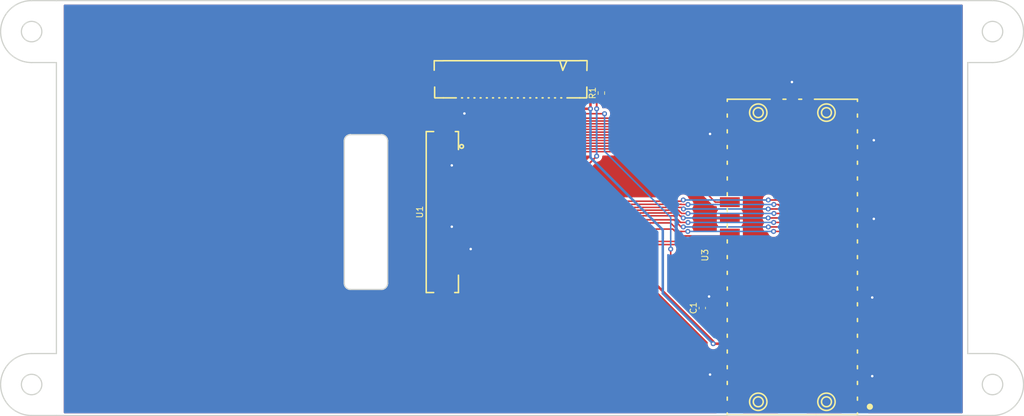
<source format=kicad_pcb>
(kicad_pcb (version 20240108) (generator "pcbnew") (generator_version "8.0")
  (layers (0 "F.Cu" signal) (31 "B.Cu" signal) (34 "B.Paste" user) (35 "F.Paste" user) (36 "B.SilkS" user "B.Silkscreen") (37 "F.SilkS" user "F.Silkscreen") (38 "B.Mask" user) (39 "F.Mask" user) (44 "Edge.Cuts" user))
  (net 0 "")
  (net 1 "connector_junog-vdd3")
  (net 2 "led_a")
  (net 3 "db10")
  (net 4 "db3")
  (net 5 "gnd")
  (net 6 "db6")
  (net 7 "db11")
  (net 8 "db9")
  (net 9 "fmark_te")
  (net 10 "wrx_spi_scl")
  (net 11 "xr")
  (net 12 "spi_sdi_sda")
  (net 13 "db15")
  (net 14 "connector_lcd-base_1")
  (net 15 "db8")
  (net 16 "db1")
  (net 17 "db13")
  (net 18 "db4")
  (net 19 "reset")
  (net 20 "dcx_rs_spi")
  (net 21 "yd")
  (net 22 "db14")
  (net 23 "xl")
  (net 24 "connector_lcd-base_2")
  (net 25 "db5")
  (net 26 "db7")
  (net 27 "db0")
  (net 28 "spi_sdo")
  (net 29 "db2")
  (net 30 "yu")
  (net 31 "db12")
  (net 32 "rst")
  (net 33 "vdd3")
  (net 34 "connector_junog-base_2")
  (net 35 "rs")
  (net 36 "cs2")
  (net 37 "brgt")
  (net 38 "we")
  (net 39 "d6")
  (net 40 "d7")
  (net 41 "connector_junog-base_1")
  (net 42 "vdd5")
  (net 43 "cs1")
  (net 44 "d1")
  (net 45 "gp16")
  (net 46 "swdio")
  (net 47 "_3v3_en")
  (net 48 "d3")
  (net 49 "d5")
  (net 50 "d2")
  (net 51 "swclk")
  (net 52 "d0")
  (net 53 "net")
  (net 54 "d4")
  (net 55 "run")
  (net 56 "adc_vref")
  (net 57 "vbus")
  (footprint "lib:FPC-SMD_AFA01-S18FCC-00" (layer "F.Cu") (at 158.242 80.518 180)
    (property "Reference" "U2" (hide yes))
    (property "Value" "")
    (pad "1" smd rect (at -8.5 -1.54 180) (size 0.4 1.5) (layers "F.Cu" "F.Paste" "F.Mask") (net 33 "vdd3"))
    (pad "2" smd rect (at -7.5 -1.54 180) (size 0.4 1.5) (layers "F.Cu" "F.Paste" "F.Mask") (net 37 "brgt"))
    (pad "3" smd rect (at -6.5 -1.54 180) (size 0.4 1.5) (layers "F.Cu" "F.Paste" "F.Mask") (net 40 "d7"))
    (pad "4" smd rect (at -5.5 -1.54 180) (size 0.4 1.5) (layers "F.Cu" "F.Paste" "F.Mask") (net 39 "d6"))
    (pad "5" smd rect (at -4.5 -1.54 180) (size 0.4 1.5) (layers "F.Cu" "F.Paste" "F.Mask") (net 49 "d5"))
    (pad "6" smd rect (at -3.5 -1.54 180) (size 0.4 1.5) (layers "F.Cu" "F.Paste" "F.Mask") (net 54 "d4"))
    (pad "7" smd rect (at -2.5 -1.54 180) (size 0.4 1.5) (layers "F.Cu" "F.Paste" "F.Mask") (net 48 "d3"))
    (pad "8" smd rect (at -1.5 -1.54 180) (size 0.4 1.5) (layers "F.Cu" "F.Paste" "F.Mask") (net 50 "d2"))
    (pad "9" smd rect (at -0.5 -1.54 180) (size 0.4 1.5) (layers "F.Cu" "F.Paste" "F.Mask") (net 44 "d1"))
    (pad "10" smd rect (at 0.5 -1.54 180) (size 0.4 1.5) (layers "F.Cu" "F.Paste" "F.Mask") (net 52 "d0"))
    (pad "11" smd rect (at 1.5 -1.54 180) (size 0.4 1.5) (layers "F.Cu" "F.Paste" "F.Mask") (net 38 "we"))
    (pad "12" smd rect (at 2.5 -1.53 180) (size 0.4 1.5) (layers "F.Cu" "F.Paste" "F.Mask") (net 35 "rs"))
    (pad "13" smd rect (at 3.5 -1.53 180) (size 0.4 1.5) (layers "F.Cu" "F.Paste" "F.Mask") (net 43 "cs1"))
    (pad "14" smd rect (at 4.5 -1.53 180) (size 0.4 1.5) (layers "F.Cu" "F.Paste" "F.Mask") (net 36 "cs2"))
    (pad "15" smd rect (at 5.5 -1.53 180) (size 0.4 1.5) (layers "F.Cu" "F.Paste" "F.Mask") (net 32 "rst"))
    (pad "16" smd rect (at 6.5 -1.53 180) (size 0.4 1.5) (layers "F.Cu" "F.Paste" "F.Mask") (net 1 "connector_junog-vdd3"))
    (pad "17" smd rect (at 7.5 -1.53 180) (size 0.4 1.5) (layers "F.Cu" "F.Paste" "F.Mask") (net 5 "gnd"))
    (pad "18" smd rect (at 8.5 -1.53 180) (size 0.4 1.5) (layers "F.Cu" "F.Paste" "F.Mask") (net 42 "vdd5"))
    (pad "19" smd rect (at -10.9 1.54 180) (size 1.8 2.4) (layers "F.Cu" "F.Paste" "F.Mask") (net 41 "connector_junog-base_1"))
    (pad "20" smd rect (at 10.9 1.54 180) (size 1.8 2.4) (layers "F.Cu" "F.Paste" "F.Mask") (net 34 "connector_junog-base_2"))
  )
  (footprint "lib:R0603" (layer "F.Cu") (at 172.72 81.28 90)
    (property "Reference" "R1" (at 0 -1.43 -90) (layer "F.SilkS"))
    (property "Value" "100mW Thick Film Resistors 75V ±1% ±400ppm/℃ 10Ω 0603  Chip Resistor - Surface Mount ROHS" (hide yes))
    (pad "1" smd roundrect (at -0.825 0 90) (size 0.8 0.95) (layers "F.Cu" "F.Paste" "F.Mask") (net 2 "led_a"))
    (pad "2" smd roundrect (at 0.825 0 90) (size 0.8 0.95) (layers "F.Cu" "F.Paste" "F.Mask") (net 33 "vdd3"))
  )
  (footprint "lib:COMM-SMD_L51.0-W21.0-P2.54_SC0916" (layer "F.Cu") (at 203.524 107.47 90)
    (property "Reference" "U3" (at 0 -14.09 -90) (layer "F.SilkS"))
    (property "Value" "")
    (pad "1" smd rect (at -24.45 10.09 90) (size 1.6 3.2) (layers "F.Cu" "F.Paste" "F.Mask") (net 27 "db0"))
    (pad "2" smd rect (at -21.91 10.09 90) (size 1.6 3.2) (layers "F.Cu" "F.Paste" "F.Mask") (net 16 "db1"))
    (pad "3" smd rect (at -19.37 10.09 90) (size 1.6 3.2) (layers "F.Cu" "F.Paste" "F.Mask") (net 5 "gnd"))
    (pad "4" smd rect (at -16.83 10.09 90) (size 1.6 3.2) (layers "F.Cu" "F.Paste" "F.Mask") (net 29 "db2"))
    (pad "5" smd rect (at -14.29 10.09 90) (size 1.6 3.2) (layers "F.Cu" "F.Paste" "F.Mask") (net 4 "db3"))
    (pad "6" smd rect (at -11.75 10.09 90) (size 1.6 3.2) (layers "F.Cu" "F.Paste" "F.Mask") (net 18 "db4"))
    (pad "7" smd rect (at -9.21 10.09 90) (size 1.6 3.2) (layers "F.Cu" "F.Paste" "F.Mask") (net 25 "db5"))
    (pad "8" smd rect (at -6.67 10.09 90) (size 1.6 3.2) (layers "F.Cu" "F.Paste" "F.Mask") (net 5 "gnd"))
    (pad "9" smd rect (at -4.13 10.09 90) (size 1.6 3.2) (layers "F.Cu" "F.Paste" "F.Mask") (net 6 "db6"))
    (pad "10" smd rect (at -1.59 10.09 90) (size 1.6 3.2) (layers "F.Cu" "F.Paste" "F.Mask") (net 26 "db7"))
    (pad "11" smd rect (at 0.95 10.09 90) (size 1.6 3.2) (layers "F.Cu" "F.Paste" "F.Mask") (net 52 "d0"))
    (pad "12" smd rect (at 3.49 10.09 90) (size 1.6 3.2) (layers "F.Cu" "F.Paste" "F.Mask") (net 44 "d1"))
    (pad "13" smd rect (at 6.03 10.09 90) (size 1.6 3.2) (layers "F.Cu" "F.Paste" "F.Mask") (net 5 "gnd"))
    (pad "14" smd rect (at 8.57 10.09 90) (size 1.6 3.2) (layers "F.Cu" "F.Paste" "F.Mask") (net 50 "d2"))
    (pad "15" smd rect (at 11.11 10.09 90) (size 1.6 3.2) (layers "F.Cu" "F.Paste" "F.Mask") (net 48 "d3"))
    (pad "16" smd rect (at 13.65 10.09 90) (size 1.6 3.2) (layers "F.Cu" "F.Paste" "F.Mask") (net 54 "d4"))
    (pad "17" smd rect (at 16.19 10.09 90) (size 1.6 3.2) (layers "F.Cu" "F.Paste" "F.Mask") (net 49 "d5"))
    (pad "18" smd rect (at 18.73 10.09 90) (size 1.6 3.2) (layers "F.Cu" "F.Paste" "F.Mask") (net 5 "gnd"))
    (pad "19" smd rect (at 21.27 10.09 90) (size 1.6 3.2) (layers "F.Cu" "F.Paste" "F.Mask") (net 39 "d6"))
    (pad "20" smd rect (at 23.81 10.09 90) (size 1.6 3.2) (layers "F.Cu" "F.Paste" "F.Mask") (net 40 "d7"))
    (pad "21" smd rect (at 23.81 -10.09 90) (size 1.6 3.2) (layers "F.Cu" "F.Paste" "F.Mask") (net 45 "gp16"))
    (pad "22" smd rect (at 21.27 -10.09 90) (size 1.6 3.2) (layers "F.Cu" "F.Paste" "F.Mask") (net 38 "we"))
    (pad "23" smd rect (at 18.73 -10.09 90) (size 1.6 3.2) (layers "F.Cu" "F.Paste" "F.Mask") (net 5 "gnd"))
    (pad "24" smd rect (at 16.19 -10.09 90) (size 1.6 3.2) (layers "F.Cu" "F.Paste" "F.Mask") (net 35 "rs"))
    (pad "25" smd rect (at 13.65 -10.09 90) (size 1.6 3.2) (layers "F.Cu" "F.Paste" "F.Mask") (net 43 "cs1"))
    (pad "26" smd rect (at 11.11 -10.09 90) (size 1.6 3.2) (layers "F.Cu" "F.Paste" "F.Mask") (net 36 "cs2"))
    (pad "27" smd rect (at 8.57 -10.09 90) (size 1.6 3.2) (layers "F.Cu" "F.Paste" "F.Mask") (net 32 "rst"))
    (pad "28" smd rect (at 6.03 -10.09 90) (size 1.6 3.2) (layers "F.Cu" "F.Paste" "F.Mask") (net 5 "gnd"))
    (pad "29" smd rect (at 3.49 -10.09 90) (size 1.6 3.2) (layers "F.Cu" "F.Paste" "F.Mask") (net 19 "reset"))
    (pad "30" smd rect (at 0.95 -10.09 90) (size 1.6 3.2) (layers "F.Cu" "F.Paste" "F.Mask") (net 55 "run"))
    (pad "31" smd rect (at -1.59 -10.09 90) (size 1.6 3.2) (layers "F.Cu" "F.Paste" "F.Mask") (net 10 "wrx_spi_scl"))
    (pad "32" smd rect (at -4.13 -10.09 90) (size 1.6 3.2) (layers "F.Cu" "F.Paste" "F.Mask") (net 20 "dcx_rs_spi"))
    (pad "33" smd rect (at -6.67 -10.09 90) (size 1.6 3.2) (layers "F.Cu" "F.Paste" "F.Mask") (net 5 "gnd"))
    (pad "34" smd rect (at -9.21 -10.09 90) (size 1.6 3.2) (layers "F.Cu" "F.Paste" "F.Mask") (net 37 "brgt"))
    (pad "35" smd rect (at -11.75 -10.09 90) (size 1.6 3.2) (layers "F.Cu" "F.Paste" "F.Mask") (net 56 "adc_vref"))
    (pad "36" smd rect (at -14.29 -10.09 90) (size 1.6 3.2) (layers "F.Cu" "F.Paste" "F.Mask") (net 33 "vdd3"))
    (pad "37" smd rect (at -16.83 -10.09 90) (size 1.6 3.2) (layers "F.Cu" "F.Paste" "F.Mask") (net 47 "_3v3_en"))
    (pad "38" smd rect (at -19.37 -10.09 90) (size 1.6 3.2) (layers "F.Cu" "F.Paste" "F.Mask") (net 5 "gnd"))
    (pad "39" smd rect (at -21.91 -10.09 90) (size 1.6 3.2) (layers "F.Cu" "F.Paste" "F.Mask") (net 42 "vdd5"))
    (pad "40" smd rect (at -24.45 -10.09 90) (size 1.6 3.2) (layers "F.Cu" "F.Paste" "F.Mask") (net 57 "vbus"))
    (pad "41" smd rect (at 24.61 2.54 180) (size 1.6 3.2) (layers "F.Cu" "F.Paste" "F.Mask") (net 51 "swclk"))
    (pad "42" smd rect (at 24.61 0 180) (size 1.6 3.2) (layers "F.Cu" "F.Paste" "F.Mask") (net 5 "gnd"))
    (pad "43" smd rect (at 24.61 -2.54 180) (size 1.6 3.2) (layers "F.Cu" "F.Paste" "F.Mask") (net 46 "swdio"))
    (pad "TP1" smd rect (at -21.31 0 90) (size 1.5 1.5) (layers "F.Cu" "F.Paste" "F.Mask") (net 53 "net"))
    (pad "TP2" smd rect (at -24.61 -1 90) (size 1.5 1.5) (layers "F.Cu" "F.Paste" "F.Mask"))
    (pad "TP3" smd rect (at -24.61 1 90) (size 1.5 1.5) (layers "F.Cu" "F.Paste" "F.Mask"))
    (pad "TP4" smd rect (at -17.82 2.5 90) (size 1.5 1.5) (layers "F.Cu" "F.Paste" "F.Mask"))
    (pad "TP5" smd rect (at -15.19 2.5 90) (size 1.5 1.5) (layers "F.Cu" "F.Paste" "F.Mask"))
    (pad "TP6" smd rect (at -12.82 2.5 90) (size 1.5 1.5) (layers "F.Cu" "F.Paste" "F.Mask"))
  )
  (footprint "lib:C0603" (layer "F.Cu") (at 189 116 90)
    (property "Reference" "C1" (at 0 -1.43 -90) (layer "F.SilkS"))
    (property "Value" "50V 100nF X7R ±10% 0603  Multilayer Ceramic Capacitors MLCC - SMD/SMT ROHS" (hide yes))
    (pad "1" smd roundrect (at -0.775 0 90) (size 0.9 0.95) (layers "F.Cu" "F.Paste" "F.Mask") (net 37 "brgt"))
    (pad "2" smd roundrect (at 0.775 0 90) (size 0.9 0.95) (layers "F.Cu" "F.Paste" "F.Mask") (net 5 "gnd"))
  )
  (footprint "lib:FPC-SMD_P0.50-40P_LCS-SJ-H2.0" (layer "F.Cu") (at 148.7425 100.5 90)
    (property "Reference" "U1" (at 0 -5.32 -90) (layer "F.SilkS"))
    (property "Value" "")
    (pad "1" smd rect (at 9.75 1.32 90) (size 0.3 1.2) (layers "F.Cu" "F.Paste" "F.Mask") (net 5 "gnd"))
    (pad "2" smd rect (at 9.25 1.32 90) (size 0.3 1.2) (layers "F.Cu" "F.Paste" "F.Mask") (net 33 "vdd3"))
    (pad "3" smd rect (at 8.75 1.32 90) (size 0.3 1.2) (layers "F.Cu" "F.Paste" "F.Mask") (net 33 "vdd3"))
    (pad "4" smd rect (at 8.25 1.32 90) (size 0.3 1.2) (layers "F.Cu" "F.Paste" "F.Mask") (net 5 "gnd"))
    (pad "5" smd rect (at 7.75 1.32 90) (size 0.3 1.2) (layers "F.Cu" "F.Paste" "F.Mask") (net 5 "gnd"))
    (pad "6" smd rect (at 7.25 1.32 90) (size 0.3 1.2) (layers "F.Cu" "F.Paste" "F.Mask") (net 5 "gnd"))
    (pad "7" smd rect (at 6.75 1.32 90) (size 0.3 1.2) (layers "F.Cu" "F.Paste" "F.Mask") (net 5 "gnd"))
    (pad "8" smd rect (at 6.25 1.32 90) (size 0.3 1.2) (layers "F.Cu" "F.Paste" "F.Mask") (net 2 "led_a"))
    (pad "9" smd rect (at 5.75 1.32 90) (size 0.3 1.2) (layers "F.Cu" "F.Paste" "F.Mask") (net 13 "db15"))
    (pad "10" smd rect (at 5.25 1.32 90) (size 0.3 1.2) (layers "F.Cu" "F.Paste" "F.Mask") (net 22 "db14"))
    (pad "11" smd rect (at 4.75 1.32 90) (size 0.3 1.2) (layers "F.Cu" "F.Paste" "F.Mask") (net 17 "db13"))
    (pad "12" smd rect (at 4.25 1.32 90) (size 0.3 1.2) (layers "F.Cu" "F.Paste" "F.Mask") (net 31 "db12"))
    (pad "13" smd rect (at 3.75 1.32 90) (size 0.3 1.2) (layers "F.Cu" "F.Paste" "F.Mask") (net 7 "db11"))
    (pad "14" smd rect (at 3.25 1.32 90) (size 0.3 1.2) (layers "F.Cu" "F.Paste" "F.Mask") (net 3 "db10"))
    (pad "15" smd rect (at 2.75 1.32 90) (size 0.3 1.2) (layers "F.Cu" "F.Paste" "F.Mask") (net 8 "db9"))
    (pad "16" smd rect (at 2.25 1.32 90) (size 0.3 1.2) (layers "F.Cu" "F.Paste" "F.Mask") (net 15 "db8"))
    (pad "17" smd rect (at 1.75 1.32 90) (size 0.3 1.2) (layers "F.Cu" "F.Paste" "F.Mask") (net 26 "db7"))
    (pad "18" smd rect (at 1.25 1.32 90) (size 0.3 1.2) (layers "F.Cu" "F.Paste" "F.Mask") (net 6 "db6"))
    (pad "19" smd rect (at 0.75 1.32 90) (size 0.3 1.2) (layers "F.Cu" "F.Paste" "F.Mask") (net 25 "db5"))
    (pad "20" smd rect (at 0.25 1.32 90) (size 0.3 1.2) (layers "F.Cu" "F.Paste" "F.Mask") (net 18 "db4"))
    (pad "21" smd rect (at -0.25 1.32 90) (size 0.3 1.2) (layers "F.Cu" "F.Paste" "F.Mask") (net 4 "db3"))
    (pad "22" smd rect (at -0.75 1.32 90) (size 0.3 1.2) (layers "F.Cu" "F.Paste" "F.Mask") (net 29 "db2"))
    (pad "23" smd rect (at -1.25 1.32 90) (size 0.3 1.2) (layers "F.Cu" "F.Paste" "F.Mask") (net 16 "db1"))
    (pad "24" smd rect (at -1.75 1.32 90) (size 0.3 1.2) (layers "F.Cu" "F.Paste" "F.Mask") (net 27 "db0"))
    (pad "25" smd rect (at -2.25 1.32 90) (size 0.3 1.2) (layers "F.Cu" "F.Paste" "F.Mask") (net 5 "gnd"))
    (pad "26" smd rect (at -2.75 1.32 90) (size 0.3 1.2) (layers "F.Cu" "F.Paste" "F.Mask") (net 19 "reset"))
    (pad "27" smd rect (at -3.25 1.32 90) (size 0.3 1.2) (layers "F.Cu" "F.Paste" "F.Mask") (net 28 "spi_sdo"))
    (pad "28" smd rect (at -3.75 1.32 90) (size 0.3 1.2) (layers "F.Cu" "F.Paste" "F.Mask") (net 12 "spi_sdi_sda"))
    (pad "29" smd rect (at -4.25 1.32 90) (size 0.3 1.2) (layers "F.Cu" "F.Paste" "F.Mask") (net 33 "vdd3"))
    (pad "30" smd rect (at -4.75 1.32 90) (size 0.3 1.2) (layers "F.Cu" "F.Paste" "F.Mask") (net 10 "wrx_spi_scl"))
    (pad "31" smd rect (at -5.25 1.32 90) (size 0.3 1.2) (layers "F.Cu" "F.Paste" "F.Mask") (net 20 "dcx_rs_spi"))
    (pad "32" smd rect (at -5.75 1.32 90) (size 0.3 1.2) (layers "F.Cu" "F.Paste" "F.Mask") (net 5 "gnd"))
    (pad "33" smd rect (at -6.25 1.32 90) (size 0.3 1.2) (layers "F.Cu" "F.Paste" "F.Mask") (net 9 "fmark_te"))
    (pad "34" smd rect (at -6.75 1.32 90) (size 0.3 1.2) (layers "F.Cu" "F.Paste" "F.Mask") (net 33 "vdd3"))
    (pad "35" smd rect (at -7.25 1.32 90) (size 0.3 1.2) (layers "F.Cu" "F.Paste" "F.Mask") (net 33 "vdd3"))
    (pad "36" smd rect (at -7.75 1.32 90) (size 0.3 1.2) (layers "F.Cu" "F.Paste" "F.Mask") (net 5 "gnd"))
    (pad "37" smd rect (at -8.25 1.32 90) (size 0.3 1.2) (layers "F.Cu" "F.Paste" "F.Mask") (net 21 "yd"))
    (pad "38" smd rect (at -8.75 1.32 90) (size 0.3 1.2) (layers "F.Cu" "F.Paste" "F.Mask") (net 11 "xr"))
    (pad "39" smd rect (at -9.25 1.32 90) (size 0.3 1.2) (layers "F.Cu" "F.Paste" "F.Mask") (net 30 "yu"))
    (pad "40" smd rect (at -9.75 1.32 90) (size 0.3 1.2) (layers "F.Cu" "F.Paste" "F.Mask") (net 23 "xl"))
    (pad "41" smd rect (at 11.35 -1.32 90) (size 2.2 3.3) (layers "F.Cu" "F.Paste" "F.Mask") (net 14 "connector_lcd-base_1"))
    (pad "42" smd rect (at -11.35 -1.32 90) (size 2.2 3.3) (layers "F.Cu" "F.Paste" "F.Mask") (net 24 "connector_lcd-base_2"))
  )
  (gr_line (start 138.240081 89.000028) (end 138.240081 111.999974) (stroke (width 0.2)) (layer "Edge.Cuts"))
  (gr_line (start 84.811887 66.353289) (end 80.811887 66.353289) (stroke (width 0.2)) (layer "Edge.Cuts"))
  (gr_arc (start 131.240056 89.000024) (mid 131.532949 88.292918) (end 132.240056 88.000025) (stroke (width 0.2)) (layer "Edge.Cuts"))
  (gr_arc (start 80.811887 76.353289) (mid 75.811887 71.353289) (end 80.811887 66.353289) (stroke (width 0.2)) (layer "Edge.Cuts"))
  (gr_line (start 80.811887 123.353289) (end 84.811887 123.353289) (stroke (width 0.2)) (layer "Edge.Cuts"))
  (gr_circle (center 80.811887 71.353289) (end 82.461887 71.353289) (stroke (width 0.2)) (fill none) (layer "Edge.Cuts"))
  (gr_arc (start 137.240053 88.000025) (mid 137.947162 88.292919) (end 138.240056 89.000028) (stroke (width 0.2)) (layer "Edge.Cuts"))
  (gr_arc (start 138.240056 112.000025) (mid 137.943581 112.710694) (end 137.229954 112.999974) (stroke (width 0.2)) (layer "Edge.Cuts"))
  (gr_line (start 231.811887 133.353289) (end 84.811887 133.353289) (stroke (width 0.2)) (layer "Edge.Cuts"))
  (gr_line (start 231.811887 133.353289) (end 235.811887 133.353289) (stroke (width 0.2)) (layer "Edge.Cuts"))
  (gr_circle (center 235.811887 128.353289) (end 237.461887 128.353289) (stroke (width 0.2)) (fill none) (layer "Edge.Cuts"))
  (gr_line (start 137.240053 88.000025) (end 137.240053 87.999974) (stroke (width 0.2)) (layer "Edge.Cuts"))
  (gr_line (start 138.240056 89.000028) (end 138.240081 89.000028) (stroke (width 0.2)) (layer "Edge.Cuts"))
  (gr_arc (start 235.811887 66.353289) (mid 240.811887 71.353289) (end 235.811887 76.353289) (stroke (width 0.2)) (layer "Edge.Cuts"))
  (gr_arc (start 132.230056 112.999974) (mid 131.529423 112.703588) (end 131.240056 112.000026) (stroke (width 0.2)) (layer "Edge.Cuts"))
  (gr_line (start 231.811887 76.353289) (end 231.811887 123.353289) (stroke (width 0.2)) (layer "Edge.Cuts"))
  (gr_line (start 132.240056 88.000025) (end 132.240056 87.999974) (stroke (width 0.2)) (layer "Edge.Cuts"))
  (gr_line (start 84.811887 123.353289) (end 84.811887 76.353289) (stroke (width 0.2)) (layer "Edge.Cuts"))
  (gr_line (start 235.811887 123.353289) (end 231.811887 123.353289) (stroke (width 0.2)) (layer "Edge.Cuts"))
  (gr_line (start 231.811887 66.353289) (end 235.811887 66.353289) (stroke (width 0.2)) (layer "Edge.Cuts"))
  (gr_line (start 137.229954 112.999974) (end 132.230056 112.999974) (stroke (width 0.2)) (layer "Edge.Cuts"))
  (gr_line (start 84.811887 66.353289) (end 231.811887 66.353289) (stroke (width 0.2)) (layer "Edge.Cuts"))
  (gr_arc (start 80.811887 133.353289) (mid 75.811887 128.353289) (end 80.811887 123.353289) (stroke (width 0.2)) (layer "Edge.Cuts"))
  (gr_line (start 138.240081 111.999974) (end 138.240056 112.000025) (stroke (width 0.2)) (layer "Edge.Cuts"))
  (gr_circle (center 80.811887 128.353289) (end 82.461887 128.353289) (stroke (width 0.2)) (fill none) (layer "Edge.Cuts"))
  (gr_circle (center 235.811887 71.353289) (end 237.461887 71.353289) (stroke (width 0.2)) (fill none) (layer "Edge.Cuts"))
  (gr_line (start 131.240056 112.000026) (end 131.240056 89.000024) (stroke (width 0.2)) (layer "Edge.Cuts"))
  (gr_line (start 132.240056 87.999974) (end 137.240053 87.999974) (stroke (width 0.2)) (layer "Edge.Cuts"))
  (gr_arc (start 235.811887 123.353289) (mid 240.811887 128.353289) (end 235.811887 133.353289) (stroke (width 0.2)) (layer "Edge.Cuts"))
  (gr_line (start 80.811887 76.353289) (end 84.811887 76.353289) (stroke (width 0.2)) (layer "Edge.Cuts"))
  (gr_line (start 235.811887 76.353289) (end 231.811887 76.353289) (stroke (width 0.2)) (layer "Edge.Cuts"))
  (gr_line (start 84.811887 133.353289) (end 80.811887 133.353289) (stroke (width 0.2)) (layer "Edge.Cuts"))
  (segment (start 169.177 94.25) (end 171.958 91.469) (width 0.3) (layer "F.Cu") (net 2))
  (segment (start 171.958 82.867) (end 172.72 82.105) (width 0.3) (layer "F.Cu") (net 2))
  (segment (start 171.958 83.82) (end 171.958 82.867) (width 0.3) (layer "F.Cu") (net 2))
  (segment (start 150.0625 94.25) (end 169.177 94.25) (width 0.3) (layer "F.Cu") (net 2))
  (via (at 171.958 83.82) (size 0.8) (drill 0.4) (layers "F.Cu" "B.Cu") (net 2))
  (via (at 171.958 91.469) (size 0.8) (drill 0.4) (layers "F.Cu" "B.Cu") (net 2))
  (segment (start 171.958 91.469) (end 171.958 83.82) (width 0.3) (layer "B.Cu") (net 2))
  (segment (start 199.621982 101.452) (end 201.522416 101.452) (width 0.25) (layer "F.Cu") (net 4))
  (segment (start 211.676 121.76) (end 213.614 121.76) (width 0.25) (layer "F.Cu") (net 4))
  (segment (start 184.943673 100.65) (end 185.470673 101.177) (width 0.25) (layer "F.Cu") (net 4))
  (segment (start 185.650217 101.177) (end 185.925217 101.452) (width 0.25) (layer "F.Cu") (net 4))
  (segment (start 169.76 100.75) (end 169.86 100.65) (width 0.25) (layer "F.Cu") (net 4))
  (segment (start 201.522416 101.452) (end 209.928208 109.857792) (width 0.25) (layer "F.Cu") (net 4))
  (segment (start 150.0625 100.75) (end 169.76 100.75) (width 0.25) (layer "F.Cu") (net 4))
  (segment (start 209.928208 109.857792) (end 209.928208 120.012208) (width 0.25) (layer "F.Cu") (net 4))
  (segment (start 185.470673 101.177) (end 185.650217 101.177) (width 0.25) (layer "F.Cu") (net 4))
  (segment (start 209.928208 120.012208) (end 211.676 121.76) (width 0.25) (layer "F.Cu") (net 4))
  (segment (start 169.86 100.65) (end 184.943673 100.65) (width 0.25) (layer "F.Cu") (net 4))
  (via (at 199.621982 101.452) (size 0.8) (drill 0.4) (layers "F.Cu" "B.Cu") (net 4))
  (via (at 185.925217 101.452) (size 0.8) (drill 0.4) (layers "F.Cu" "B.Cu") (net 4))
  (segment (start 185.925217 101.452) (end 199.621982 101.452) (width 0.25) (layer "B.Cu") (net 4))
  (segment (start 216.502 101.44) (end 216.662 101.6) (width 0.4) (layer "F.Cu") (net 5))
  (segment (start 213.614 126.84) (end 216.248 126.84) (width 0.4) (layer "F.Cu") (net 5))
  (segment (start 150.0625 102.75) (end 148.71 102.75) (width 0.3) (layer "F.Cu") (net 5))
  (segment (start 148.71 102.75) (end 148.59 102.87) (width 0.3) (layer "F.Cu") (net 5))
  (segment (start 148.798 108.25) (end 148.59 108.458) (width 0.3) (layer "F.Cu") (net 5))
  (segment (start 150.0625 92.75) (end 148.63 92.75) (width 0.3) (layer "F.Cu") (net 5))
  (segment (start 149.122 93.75) (end 148.59 93.218) (width 0.3) (layer "F.Cu") (net 5))
  (segment (start 203.524 79.572) (end 203.454 79.502) (width 0.4) (layer "F.Cu") (net 5))
  (segment (start 150.0625 93.75) (end 149.122 93.75) (width 0.3) (layer "F.Cu") (net 5))
  (segment (start 150.742 84.462) (end 150.622 84.582) (width 0.4) (layer "F.Cu") (net 5))
  (segment (start 190.085 114.14) (end 193.434 114.14) (width 0.4) (layer "F.Cu") (net 5))
  (segment (start 193.434 126.84) (end 190.34 126.84) (width 0.4) (layer "F.Cu") (net 5))
  (segment (start 216.502 88.74) (end 216.662 88.9) (width 0.4) (layer "F.Cu") (net 5))
  (segment (start 193.434 88.74) (end 191.102 88.74) (width 0.4) (layer "F.Cu") (net 5))
  (segment (start 216.248 126.84) (end 216.408 127) (width 0.4) (layer "F.Cu") (net 5))
  (segment (start 150.742 82.048) (end 150.742 84.462) (width 0.4) (layer "F.Cu") (net 5))
  (segment (start 148.59 92.71) (end 148.59 92.964) (width 0.3) (layer "F.Cu") (net 5))
  (segment (start 213.614 101.44) (end 216.502 101.44) (width 0.4) (layer "F.Cu") (net 5))
  (segment (start 151.413 106.25) (end 151.638 106.475) (width 0.3) (layer "F.Cu") (net 5))
  (segment (start 191.102 88.74) (end 190.246 87.884) (width 0.4) (layer "F.Cu") (net 5))
  (segment (start 190.34 126.84) (end 190.246 126.746) (width 0.4) (layer "F.Cu") (net 5))
  (segment (start 190.085 114.14) (end 189 115.225) (width 0.4) (layer "F.Cu") (net 5))
  (segment (start 216.248 114.14) (end 216.408 114.3) (width 0.4) (layer "F.Cu") (net 5))
  (segment (start 150.0625 90.75) (end 151.312 90.75) (width 0.3) (layer "F.Cu") (net 5))
  (segment (start 148.59 93.218) (end 148.59 92.964) (width 0.3) (layer "F.Cu") (net 5))
  (segment (start 150.0625 92.25) (end 149.05 92.25) (width 0.3) (layer "F.Cu") (net 5))
  (segment (start 150.0625 93.25) (end 148.622 93.25) (width 0.3) (layer "F.Cu") (net 5))
  (segment (start 148.622 93.25) (end 148.59 93.218) (width 0.3) (layer "F.Cu") (net 5))
  (segment (start 151.384 90.678) (end 151.312 90.75) (width 0.3) (layer "F.Cu") (net 5))
  (segment (start 149.05 92.25) (end 148.59 92.71) (width 0.3) (layer "F.Cu") (net 5))
  (segment (start 213.614 88.74) (end 216.502 88.74) (width 0.4) (layer "F.Cu") (net 5))
  (segment (start 203.524 82.86) (end 203.524 79.572) (width 0.4) (layer "F.Cu") (net 5))
  (segment (start 150.0625 108.25) (end 148.798 108.25) (width 0.3) (layer "F.Cu") (net 5))
  (segment (start 150.0625 106.25) (end 151.413 106.25) (width 0.3) (layer "F.Cu") (net 5))
  (segment (start 148.63 92.75) (end 148.59 92.71) (width 0.3) (layer "F.Cu") (net 5))
  (segment (start 213.614 114.14) (end 216.248 114.14) (width 0.4) (layer "F.Cu") (net 5))
  (via (at 150.622 84.582) (size 0.8) (drill 0.4) (layers "F.Cu" "B.Cu") (net 5))
  (via (at 190.085 114.14) (size 0.8) (drill 0.4) (layers "F.Cu" "B.Cu") (net 5))
  (via (at 216.408 127) (size 0.8) (drill 0.4) (layers "F.Cu" "B.Cu") (net 5))
  (via (at 148.59 92.964) (size 0.8) (drill 0.4) (layers "F.Cu" "B.Cu") (net 5))
  (via (at 151.638 106.475) (size 0.8) (drill 0.4) (layers "F.Cu" "B.Cu") (net 5))
  (via (at 190.246 87.884) (size 0.8) (drill 0.4) (layers "F.Cu" "B.Cu") (net 5))
  (via (at 216.662 101.6) (size 0.8) (drill 0.4) (layers "F.Cu" "B.Cu") (net 5))
  (via (at 203.454 79.502) (size 0.8) (drill 0.4) (layers "F.Cu" "B.Cu") (net 5))
  (via (at 216.408 114.3) (size 0.8) (drill 0.4) (layers "F.Cu" "B.Cu") (net 5))
  (via (at 190.246 126.746) (size 0.8) (drill 0.4) (layers "F.Cu" "B.Cu") (net 5))
  (via (at 216.662 88.9) (size 0.8) (drill 0.4) (layers "F.Cu" "B.Cu") (net 5))
  (via (at 148.59 102.87) (size 0.8) (drill 0.4) (layers "F.Cu" "B.Cu") (net 5))
  (segment (start 211.676 111.6) (end 213.614 111.6) (width 0.25) (layer "F.Cu") (net 6))
  (segment (start 185.600695 99.25) (end 185.627695 99.277) (width 0.25) (layer "F.Cu") (net 6))
  (segment (start 211.328 111.252) (end 211.676 111.6) (width 0.25) (layer "F.Cu") (net 6))
  (segment (start 201.256604 99.277) (end 211.328 109.348396) (width 0.25) (layer "F.Cu") (net 6))
  (segment (start 211.328 109.348396) (end 211.328 111.252) (width 0.25) (layer "F.Cu") (net 6))
  (segment (start 185.627695 99.277) (end 186.69 99.277) (width 0.25) (layer "F.Cu") (net 6))
  (segment (start 200.538429 99.277) (end 201.256604 99.277) (width 0.25) (layer "F.Cu") (net 6))
  (segment (start 150.0625 99.25) (end 185.600695 99.25) (width 0.25) (layer "F.Cu") (net 6))
  (via (at 200.538429 99.277) (size 0.8) (drill 0.4) (layers "F.Cu" "B.Cu") (net 6))
  (via (at 186.69 99.277) (size 0.8) (drill 0.4) (layers "F.Cu" "B.Cu") (net 6))
  (segment (start 186.69 99.277) (end 200.538429 99.277) (width 0.25) (layer "B.Cu") (net 6))
  (segment (start 191.356 109.06) (end 193.434 109.06) (width 0.25) (layer "F.Cu") (net 10))
  (segment (start 187.546 105.25) (end 191.356 109.06) (width 0.25) (layer "F.Cu") (net 10))
  (segment (start 150.0625 105.25) (end 187.546 105.25) (width 0.25) (layer "F.Cu") (net 10))
  (segment (start 211.676 129.38) (end 213.614 129.38) (width 0.25) (layer "F.Cu") (net 16))
  (segment (start 199.644 102.902) (end 201.699624 102.902) (width 0.25) (layer "F.Cu") (net 16))
  (segment (start 201.699624 102.902) (end 209.028208 110.230584) (width 0.25) (layer "F.Cu") (net 16))
  (segment (start 150.0625 101.75) (end 184.425604 101.75) (width 0.25) (layer "F.Cu") (net 16))
  (segment (start 184.425604 101.75) (end 185.577604 102.902) (width 0.25) (layer "F.Cu") (net 16))
  (segment (start 209.028208 126.732208) (end 211.676 129.38) (width 0.25) (layer "F.Cu") (net 16))
  (segment (start 209.028208 110.230584) (end 209.028208 126.732208) (width 0.25) (layer "F.Cu") (net 16))
  (segment (start 185.577604 102.902) (end 185.933376 102.902) (width 0.25) (layer "F.Cu") (net 16))
  (via (at 199.644 102.902) (size 0.8) (drill 0.4) (layers "F.Cu" "B.Cu") (net 16))
  (via (at 185.933376 102.902) (size 0.8) (drill 0.4) (layers "F.Cu" "B.Cu") (net 16))
  (segment (start 185.933376 102.902) (end 199.644 102.902) (width 0.25) (layer "B.Cu") (net 16))
  (segment (start 210.428 109.721188) (end 210.428 117.911) (width 0.25) (layer "F.Cu") (net 18))
  (segment (start 185.657069 100.727) (end 186.69 100.727) (width 0.25) (layer "F.Cu") (net 18))
  (segment (start 211.737 119.22) (end 213.614 119.22) (width 0.25) (layer "F.Cu") (net 18))
  (segment (start 201.433812 100.727) (end 210.428 109.721188) (width 0.25) (layer "F.Cu") (net 18))
  (segment (start 200.549463 100.727) (end 201.433812 100.727) (width 0.25) (layer "F.Cu") (net 18))
  (segment (start 185.130069 100.2) (end 185.657069 100.727) (width 0.25) (layer "F.Cu") (net 18))
  (segment (start 150.0625 100.25) (end 151.0375 100.25) (width 0.25) (layer "F.Cu") (net 18))
  (segment (start 151.0875 100.2) (end 185.130069 100.2) (width 0.25) (layer "F.Cu") (net 18))
  (segment (start 210.428 117.911) (end 211.737 119.22) (width 0.25) (layer "F.Cu") (net 18))
  (segment (start 151.0375 100.25) (end 151.0875 100.2) (width 0.25) (layer "F.Cu") (net 18))
  (via (at 186.69 100.727) (size 0.8) (drill 0.4) (layers "F.Cu" "B.Cu") (net 18))
  (via (at 200.549463 100.727) (size 0.8) (drill 0.4) (layers "F.Cu" "B.Cu") (net 18))
  (segment (start 186.69 100.727) (end 200.549463 100.727) (width 0.25) (layer "B.Cu") (net 18))
  (segment (start 150.0625 103.25) (end 184.235006 103.25) (width 0.25) (layer "F.Cu") (net 19))
  (segment (start 185.337006 104.352) (end 193.062 104.352) (width 0.25) (layer "F.Cu") (net 19))
  (segment (start 184.235006 103.25) (end 185.337006 104.352) (width 0.25) (layer "F.Cu") (net 19))
  (segment (start 193.062 104.352) (end 193.434 103.98) (width 0.25) (layer "F.Cu") (net 19))
  (segment (start 191.356 111.6) (end 193.434 111.6) (width 0.25) (layer "F.Cu") (net 20))
  (segment (start 150.0625 105.75) (end 185.506 105.75) (width 0.25) (layer "F.Cu") (net 20))
  (segment (start 185.506 105.75) (end 191.356 111.6) (width 0.25) (layer "F.Cu") (net 20))
  (segment (start 185.705374 99.75) (end 185.957374 100.002) (width 0.25) (layer "F.Cu") (net 25))
  (segment (start 210.878 115.882) (end 211.676 116.68) (width 0.25) (layer "F.Cu") (net 25))
  (segment (start 201.345208 100.002) (end 210.878 109.534792) (width 0.25) (layer "F.Cu") (net 25))
  (segment (start 211.676 116.68) (end 213.614 116.68) (width 0.25) (layer "F.Cu") (net 25))
  (segment (start 210.878 109.534792) (end 210.878 115.882) (width 0.25) (layer "F.Cu") (net 25))
  (segment (start 150.0625 99.75) (end 185.705374 99.75) (width 0.25) (layer "F.Cu") (net 25))
  (segment (start 199.628005 100.002) (end 201.345208 100.002) (width 0.25) (layer "F.Cu") (net 25))
  (via (at 185.957374 100.002) (size 0.8) (drill 0.4) (layers "F.Cu" "B.Cu") (net 25))
  (via (at 199.628005 100.002) (size 0.8) (drill 0.4) (layers "F.Cu" "B.Cu") (net 25))
  (segment (start 185.957374 100.002) (end 199.628005 100.002) (width 0.25) (layer "B.Cu") (net 25))
  (segment (start 201.168 98.552) (end 211.676 109.06) (width 0.25) (layer "F.Cu") (net 26))
  (segment (start 211.676 109.06) (end 213.614 109.06) (width 0.25) (layer "F.Cu") (net 26))
  (segment (start 185.73 98.75) (end 185.928 98.552) (width 0.25) (layer "F.Cu") (net 26))
  (segment (start 150.0625 98.75) (end 185.73 98.75) (width 0.25) (layer "F.Cu") (net 26))
  (segment (start 199.644 98.552) (end 201.168 98.552) (width 0.25) (layer "F.Cu") (net 26))
  (via (at 185.928 98.552) (size 0.8) (drill 0.4) (layers "F.Cu" "B.Cu") (net 26))
  (via (at 199.644 98.552) (size 0.8) (drill 0.4) (layers "F.Cu" "B.Cu") (net 26))
  (segment (start 185.928 98.552) (end 199.644 98.552) (width 0.25) (layer "B.Cu") (net 26))
  (segment (start 185.248402 103.627) (end 186.659453 103.627) (width 0.25) (layer "F.Cu") (net 27))
  (segment (start 211.676 131.92) (end 213.614 131.92) (width 0.25) (layer "F.Cu") (net 27))
  (segment (start 201.788228 103.627) (end 208.578208 110.41698) (width 0.25) (layer "F.Cu") (net 27))
  (segment (start 200.492125 103.627) (end 201.788228 103.627) (width 0.25) (layer "F.Cu") (net 27))
  (segment (start 183.871402 102.25) (end 185.248402 103.627) (width 0.25) (layer "F.Cu") (net 27))
  (segment (start 150.0625 102.25) (end 183.871402 102.25) (width 0.25) (layer "F.Cu") (net 27))
  (segment (start 208.578208 128.822208) (end 211.676 131.92) (width 0.25) (layer "F.Cu") (net 27))
  (segment (start 208.578208 110.41698) (end 208.578208 128.822208) (width 0.25) (layer "F.Cu") (net 27))
  (via (at 200.492125 103.627) (size 0.8) (drill 0.4) (layers "F.Cu" "B.Cu") (net 27))
  (via (at 186.659453 103.627) (size 0.8) (drill 0.4) (layers "F.Cu" "B.Cu") (net 27))
  (segment (start 186.659453 103.627) (end 200.492125 103.627) (width 0.25) (layer "B.Cu") (net 27))
  (segment (start 184.412 101.1) (end 185.489 102.177) (width 0.25) (layer "F.Cu") (net 29))
  (segment (start 209.478208 110.044188) (end 209.478208 122.102208) (width 0.25) (layer "F.Cu") (net 29))
  (segment (start 150.0625 101.25) (end 169.896396 101.25) (width 0.25) (layer "F.Cu") (net 29))
  (segment (start 169.896396 101.25) (end 170.046396 101.1) (width 0.25) (layer "F.Cu") (net 29))
  (segment (start 200.511829 102.177) (end 201.61102 102.177) (width 0.25) (layer "F.Cu") (net 29))
  (segment (start 201.61102 102.177) (end 209.478208 110.044188) (width 0.25) (layer "F.Cu") (net 29))
  (segment (start 211.676 124.3) (end 213.614 124.3) (width 0.25) (layer "F.Cu") (net 29))
  (segment (start 185.489 102.177) (end 186.69 102.177) (width 0.25) (layer "F.Cu") (net 29))
  (segment (start 209.478208 122.102208) (end 211.676 124.3) (width 0.25) (layer "F.Cu") (net 29))
  (segment (start 170.046396 101.1) (end 184.412 101.1) (width 0.25) (layer "F.Cu") (net 29))
  (via (at 200.511829 102.177) (size 0.8) (drill 0.4) (layers "F.Cu" "B.Cu") (net 29))
  (via (at 186.69 102.177) (size 0.8) (drill 0.4) (layers "F.Cu" "B.Cu") (net 29))
  (segment (start 186.69 102.177) (end 200.511829 102.177) (width 0.25) (layer "B.Cu") (net 29))
  (segment (start 160.086 90.744) (end 152.742 83.4) (width 0.25) (layer "F.Cu") (net 32))
  (segment (start 193.434 98.9) (end 191.102 98.9) (width 0.25) (layer "F.Cu") (net 32))
  (segment (start 152.742 83.4) (end 152.742 82.048) (width 0.25) (layer "F.Cu") (net 32))
  (segment (start 191.102 98.9) (end 182.946 90.744) (width 0.25) (layer "F.Cu") (net 32))
  (segment (start 182.946 90.744) (end 160.086 90.744) (width 0.25) (layer "F.Cu") (net 32))
  (segment (start 150.0625 107.25) (end 148.398 107.25) (width 0.3) (layer "F.Cu") (net 33))
  (segment (start 148.398 107.25) (end 147.828 106.68) (width 0.3) (layer "F.Cu") (net 33))
  (segment (start 153.22 107.75) (end 153.67 107.3) (width 0.3) (layer "F.Cu") (net 33))
  (segment (start 147.828 106.68) (end 147.828 92.66534) (width 0.3) (layer "F.Cu") (net 33))
  (segment (start 167.386 83.82) (end 166.742 83.176) (width 0.4) (layer "F.Cu") (net 33))
  (segment (start 148.488 104.75) (end 150.0625 104.75) (width 0.3) (layer "F.Cu") (net 33))
  (segment (start 147.828 105.41) (end 148.488 104.75) (width 0.3) (layer "F.Cu") (net 33))
  (segment (start 148.398 107.25) (end 148.898 107.75) (width 0.3) (layer "F.Cu") (net 33))
  (segment (start 148.898 107.75) (end 150.0625 107.75) (width 0.3) (layer "F.Cu") (net 33))
  (segment (start 148.74334 91.75) (end 148.69467 91.79867) (width 0.3) (layer "F.Cu") (net 33))
  (segment (start 149.243339 91.25) (end 150.0625 91.25) (width 0.3) (layer "F.Cu") (net 33))
  (segment (start 176.642 107.3) (end 153.67 107.3) (width 0.4) (layer "F.Cu") (net 33))
  (segment (start 150.0625 91.75) (end 148.74334 91.75) (width 0.3) (layer "F.Cu") (net 33))
  (segment (start 190.754 121.76) (end 190.754 121.412) (width 0.4) (layer "F.Cu") (net 33))
  (segment (start 147.828 106.68) (end 147.828 105.41) (width 0.3) (layer "F.Cu") (net 33))
  (segment (start 170.957997 83.82) (end 167.386 83.82) (width 0.4) (layer "F.Cu") (net 33))
  (segment (start 193.434 121.76) (end 190.754 121.76) (width 0.4) (layer "F.Cu") (net 33))
  (segment (start 166.742 83.176) (end 166.742 82.058) (width 0.4) (layer "F.Cu") (net 33))
  (segment (start 148.69467 91.79867) (end 149.243339 91.25) (width 0.3) (layer "F.Cu") (net 33))
  (segment (start 190.754 121.412) (end 176.642 107.3) (width 0.4) (layer "F.Cu") (net 33))
  (segment (start 150.0625 107.75) (end 153.22 107.75) (width 0.3) (layer "F.Cu") (net 33))
  (segment (start 153.62 107.25) (end 153.67 107.3) (width 0.3) (layer "F.Cu") (net 33))
  (segment (start 170.957997 83.82) (end 170.957997 82.217003) (width 0.4) (layer "F.Cu") (net 33))
  (segment (start 150.0625 107.25) (end 153.62 107.25) (width 0.3) (layer "F.Cu") (net 33))
  (segment (start 170.957997 82.217003) (end 172.72 80.455) (width 0.4) (layer "F.Cu") (net 33))
  (segment (start 147.828 92.66534) (end 148.69467 91.79867) (width 0.3) (layer "F.Cu") (net 33))
  (via (at 190.754 121.76) (size 0.8) (drill 0.4) (layers "F.Cu" "B.Cu") (net 33))
  (via (at 170.957997 83.82) (size 0.8) (drill 0.4) (layers "F.Cu" "B.Cu") (net 33))
  (segment (start 182.626 103.378) (end 170.957997 91.709997) (width 0.4) (layer "B.Cu") (net 33))
  (segment (start 182.626 113.632) (end 182.626 103.378) (width 0.4) (layer "B.Cu") (net 33))
  (segment (start 190.754 121.76) (end 182.626 113.632) (width 0.4) (layer "B.Cu") (net 33))
  (segment (start 170.957997 91.709997) (end 170.957997 83.82) (width 0.4) (layer "B.Cu") (net 33))
  (segment (start 191.102 91.28) (end 189.216 89.394) (width 0.25) (layer "F.Cu") (net 35))
  (segment (start 161.784 89.394) (end 155.742 83.352) (width 0.25) (layer "F.Cu") (net 35))
  (segment (start 193.434 91.28) (end 191.102 91.28) (width 0.25) (layer "F.Cu") (net 35))
  (segment (start 155.742 83.352) (end 155.742 82.048) (width 0.25) (layer "F.Cu") (net 35))
  (segment (start 189.216 89.394) (end 161.784 89.394) (width 0.25) (layer "F.Cu") (net 35))
  (segment (start 191.102 96.36) (end 185.036 90.294) (width 0.25) (layer "F.Cu") (net 36))
  (segment (start 185.036 90.294) (end 160.652 90.294) (width 0.25) (layer "F.Cu") (net 36))
  (segment (start 160.652 90.294) (end 153.742 83.384) (width 0.25) (layer "F.Cu") (net 36))
  (segment (start 193.434 96.36) (end 191.102 96.36) (width 0.25) (layer "F.Cu") (net 36))
  (segment (start 153.742 83.384) (end 153.742 82.048) (width 0.25) (layer "F.Cu") (net 36))
  (segment (start 173.228 84.619) (end 166.915 84.619) (width 0.25) (layer "F.Cu") (net 37))
  (segment (start 165.742 83.446) (end 165.742 82.058) (width 0.25) (layer "F.Cu") (net 37))
  (segment (start 183.896 113.538) (end 187.133 116.775) (width 0.25) (layer "F.Cu") (net 37))
  (segment (start 187.133 116.775) (end 189 116.775) (width 0.25) (layer "F.Cu") (net 37))
  (segment (start 166.915 84.619) (end 165.742 83.446) (width 0.25) (layer "F.Cu") (net 37))
  (segment (start 183.896 106.475) (end 183.896 113.538) (width 0.25) (layer "F.Cu") (net 37))
  (segment (start 189.095 116.68) (end 189 116.775) (width 0.25) (layer "F.Cu") (net 37))
  (segment (start 193.434 116.68) (end 189.095 116.68) (width 0.25) (layer "F.Cu") (net 37))
  (via (at 183.896 106.475) (size 0.8) (drill 0.4) (layers "F.Cu" "B.Cu") (net 37))
  (via (at 173.228 84.619) (size 0.8) (drill 0.4) (layers "F.Cu" "B.Cu") (net 37))
  (segment (start 183.896 101.346) (end 183.896 106.475) (width 0.25) (layer "B.Cu") (net 37))
  (segment (start 173.228 84.619) (end 173.228 90.678) (width 0.25) (layer "B.Cu") (net 37))
  (segment (start 173.228 90.678) (end 183.896 101.346) (width 0.25) (layer "B.Cu") (net 37))
  (segment (start 193.434 86.2) (end 179.749168 86.2) (width 0.25) (layer "F.Cu") (net 38))
  (segment (start 177.005168 88.944) (end 162.35 88.944) (width 0.25) (layer "F.Cu") (net 38))
  (segment (start 162.35 88.944) (end 156.742 83.336) (width 0.25) (layer "F.Cu") (net 38))
  (segment (start 156.742 83.336) (end 156.742 82.058) (width 0.25) (layer "F.Cu") (net 38))
  (segment (start 179.749168 86.2) (end 177.005168 88.944) (width 0.25) (layer "F.Cu") (net 38))
  (segment (start 211.676 86.2) (end 213.614 86.2) (width 0.25) (layer "F.Cu") (net 39))
  (segment (start 178.321624 75.924) (end 179.569624 74.676) (width 0.25) (layer "F.Cu") (net 39))
  (segment (start 175.700396 85.794) (end 177.234 84.260396) (width 0.25) (layer "F.Cu") (net 39))
  (segment (start 210.116 84.64) (end 211.676 86.2) (width 0.25) (layer "F.Cu") (net 39))
  (segment (start 178.288416 75.924) (end 178.321624 75.924) (width 0.25) (layer "F.Cu") (net 39))
  (segment (start 210.116 77.011624) (end 210.116 84.64) (width 0.25) (layer "F.Cu") (net 39))
  (segment (start 177.234 84.260396) (end 177.234 76.978416) (width 0.25) (layer "F.Cu") (net 39))
  (segment (start 163.742 83.478) (end 166.058 85.794) (width 0.25) (layer "F.Cu") (net 39))
  (segment (start 163.742 82.058) (end 163.742 83.478) (width 0.25) (layer "F.Cu") (net 39))
  (segment (start 207.780376 74.676) (end 210.116 77.011624) (width 0.25) (layer "F.Cu") (net 39))
  (segment (start 166.058 85.794) (end 175.700396 85.794) (width 0.25) (layer "F.Cu") (net 39))
  (segment (start 177.234 76.978416) (end 178.288416 75.924) (width 0.25) (layer "F.Cu") (net 39))
  (segment (start 179.569624 74.676) (end 207.780376 74.676) (width 0.25) (layer "F.Cu") (net 39))
  (segment (start 164.742 83.462) (end 164.742 82.058) (width 0.25) (layer "F.Cu") (net 40))
  (segment (start 210.566 82.55) (end 210.566 76.825228) (width 0.25) (layer "F.Cu") (net 40))
  (segment (start 178.10202 75.474) (end 176.784 76.79202) (width 0.25) (layer "F.Cu") (net 40))
  (segment (start 178.135228 75.474) (end 178.10202 75.474) (width 0.25) (layer "F.Cu") (net 40))
  (segment (start 175.514 85.344) (end 166.624 85.344) (width 0.25) (layer "F.Cu") (net 40))
  (segment (start 207.966772 74.226) (end 179.383228 74.226) (width 0.25) (layer "F.Cu") (net 40))
  (segment (start 176.784 84.074) (end 175.514 85.344) (width 0.25) (layer "F.Cu") (net 40))
  (segment (start 166.624 85.344) (end 164.742 83.462) (width 0.25) (layer "F.Cu") (net 40))
  (segment (start 179.383228 74.226) (end 178.135228 75.474) (width 0.25) (layer "F.Cu") (net 40))
  (segment (start 210.566 76.825228) (end 207.966772 74.226) (width 0.25) (layer "F.Cu") (net 40))
  (segment (start 213.614 83.66) (end 211.676 83.66) (width 0.25) (layer "F.Cu") (net 40))
  (segment (start 211.676 83.66) (end 210.566 82.55) (width 0.25) (layer "F.Cu") (net 40))
  (segment (start 176.784 76.79202) (end 176.784 84.074) (width 0.25) (layer "F.Cu") (net 40))
  (segment (start 157.32 129.38) (end 193.434 129.38) (width 0.4) (layer "F.Cu") (net 42))
  (segment (start 149.742 82.048) (end 147.568 82.048) (width 0.4) (layer "F.Cu") (net 42))
  (segment (start 141.986 87.63) (end 141.986 114.046) (width 0.4) (layer "F.Cu") (net 42))
  (segment (start 141.986 114.046) (end 157.32 129.38) (width 0.4) (layer "F.Cu") (net 42))
  (segment (start 147.568 82.048) (end 141.986 87.63) (width 0.4) (layer "F.Cu") (net 42))
  (segment (start 193.434 93.82) (end 191.102 93.82) (width 0.25) (layer "F.Cu") (net 43))
  (segment (start 154.742 83.368) (end 154.742 82.048) (width 0.25) (layer "F.Cu") (net 43))
  (segment (start 161.218 89.844) (end 154.742 83.368) (width 0.25) (layer "F.Cu") (net 43))
  (segment (start 191.102 93.82) (end 187.126 89.844) (width 0.25) (layer "F.Cu") (net 43))
  (segment (start 187.126 89.844) (end 161.218 89.844) (width 0.25) (layer "F.Cu") (net 43))
  (segment (start 179.484 85.192376) (end 176.632376 88.044) (width 0.25) (layer "F.Cu") (net 44))
  (segment (start 176.632376 88.044) (end 163.355 88.044) (width 0.25) (layer "F.Cu") (net 44))
  (segment (start 211.422 103.98) (end 207.866 100.424) (width 0.25) (layer "F.Cu") (net 44))
  (segment (start 207.866 77.943604) (end 206.848396 76.926) (width 0.25) (layer "F.Cu") (net 44))
  (segment (start 213.614 103.98) (end 211.422 103.98) (width 0.25) (layer "F.Cu") (net 44))
  (segment (start 163.355 88.044) (end 158.742 83.431) (width 0.25) (layer "F.Cu") (net 44))
  (segment (start 179.484 77.943604) (end 179.484 85.192376) (width 0.25) (layer "F.Cu") (net 44))
  (segment (start 206.848396 76.926) (end 180.501604 76.926) (width 0.25) (layer "F.Cu") (net 44))
  (segment (start 207.866 100.424) (end 207.866 77.943604) (width 0.25) (layer "F.Cu") (net 44))
  (segment (start 158.742 83.431) (end 158.742 82.058) (width 0.25) (layer "F.Cu") (net 44))
  (segment (start 180.501604 76.926) (end 179.484 77.943604) (width 0.25) (layer "F.Cu") (net 44))
  (segment (start 213.614 96.36) (end 211.422 96.36) (width 0.25) (layer "F.Cu") (net 48))
  (segment (start 178.880812 77.274) (end 178.847604 77.274) (width 0.25) (layer "F.Cu") (net 48))
  (segment (start 208.766 77.570812) (end 207.221188 76.026) (width 0.25) (layer "F.Cu") (net 48))
  (segment (start 176.259584 87.144) (end 164.487 87.144) (width 0.25) (layer "F.Cu") (net 48))
  (segment (start 207.221188 76.026) (end 180.128812 76.026) (width 0.25) (layer "F.Cu") (net 48))
  (segment (start 211.422 96.36) (end 208.766 93.704) (width 0.25) (layer "F.Cu") (net 48))
  (segment (start 208.766 93.704) (end 208.766 77.570812) (width 0.25) (layer "F.Cu") (net 48))
  (segment (start 178.847604 77.274) (end 178.584 77.537604) (width 0.25) (layer "F.Cu") (net 48))
  (segment (start 164.487 87.144) (end 160.742 83.399) (width 0.25) (layer "F.Cu") (net 48))
  (segment (start 178.584 77.537604) (end 178.584 84.819584) (width 0.25) (layer "F.Cu") (net 48))
  (segment (start 178.584 84.819584) (end 176.259584 87.144) (width 0.25) (layer "F.Cu") (net 48))
  (segment (start 180.128812 76.026) (end 178.880812 77.274) (width 0.25) (layer "F.Cu") (net 48))
  (segment (start 160.742 83.399) (end 160.742 82.058) (width 0.25) (layer "F.Cu") (net 48))
  (segment (start 211.628 91.28) (end 209.666 89.318) (width 0.25) (layer "F.Cu") (net 49))
  (segment (start 209.666 89.318) (end 209.666 77.19802) (width 0.25) (layer "F.Cu") (net 49))
  (segment (start 209.666 77.19802) (end 207.59398 75.126) (width 0.25) (layer "F.Cu") (net 49))
  (segment (start 162.742 83.496792) (end 162.742 82.058) (width 0.25) (layer "F.Cu") (net 49))
  (segment (start 175.886792 86.244) (end 165.489208 86.244) (width 0.25) (layer "F.Cu") (net 49))
  (segment (start 207.59398 75.126) (end 179.75602 75.126) (width 0.25) (layer "F.Cu") (net 49))
  (segment (start 178.474812 76.374) (end 177.684 77.164812) (width 0.25) (layer "F.Cu") (net 49))
  (segment (start 178.50802 76.374) (end 178.474812 76.374) (width 0.25) (layer "F.Cu") (net 49))
  (segment (start 213.614 91.28) (end 211.628 91.28) (width 0.25) (layer "F.Cu") (net 49))
  (segment (start 177.684 77.164812) (end 177.684 84.446792) (width 0.25) (layer "F.Cu") (net 49))
  (segment (start 165.489208 86.244) (end 162.742 83.496792) (width 0.25) (layer "F.Cu") (net 49))
  (segment (start 179.75602 75.126) (end 178.50802 76.374) (width 0.25) (layer "F.Cu") (net 49))
  (segment (start 177.684 84.446792) (end 175.886792 86.244) (width 0.25) (layer "F.Cu") (net 49))
  (segment (start 163.921 87.594) (end 176.44598 87.594) (width 0.25) (layer "F.Cu") (net 50))
  (segment (start 159.742 82.058) (end 159.742 83.415) (width 0.25) (layer "F.Cu") (net 50))
  (segment (start 207.034792 76.476) (end 208.316 77.757208) (width 0.25) (layer "F.Cu") (net 50))
  (segment (start 180.315208 76.476) (end 207.034792 76.476) (width 0.25) (layer "F.Cu") (net 50))
  (segment (start 208.316 77.757208) (end 208.316 95.921) (width 0.25) (layer "F.Cu") (net 50))
  (segment (start 208.316 95.921) (end 211.295 98.9) (width 0.25) (layer "F.Cu") (net 50))
  (segment (start 211.295 98.9) (end 213.614 98.9) (width 0.25) (layer "F.Cu") (net 50))
  (segment (start 176.44598 87.594) (end 179.034 85.00598) (width 0.25) (layer "F.Cu") (net 50))
  (segment (start 179.067208 77.724) (end 180.315208 76.476) (width 0.25) (layer "F.Cu") (net 50))
  (segment (start 159.742 83.415) (end 163.921 87.594) (width 0.25) (layer "F.Cu") (net 50))
  (segment (start 179.034 85.00598) (end 179.034 77.724) (width 0.25) (layer "F.Cu") (net 50))
  (segment (start 179.034 77.724) (end 179.067208 77.724) (width 0.25) (layer "F.Cu") (net 50))
  (segment (start 157.742 83.447) (end 157.742 82.058) (width 0.25) (layer "F.Cu") (net 52))
  (segment (start 207.416 78.13) (end 206.662 77.376) (width 0.25) (layer "F.Cu") (net 52))
  (segment (start 206.662 77.376) (end 180.688 77.376) (width 0.25) (layer "F.Cu") (net 52))
  (segment (start 162.789 88.494) (end 157.742 83.447) (width 0.25) (layer "F.Cu") (net 52))
  (segment (start 176.818772 88.494) (end 162.789 88.494) (width 0.25) (layer "F.Cu") (net 52))
  (segment (start 213.614 106.52) (end 211.422 106.52) (width 0.25) (layer "F.Cu") (net 52))
  (segment (start 211.422 106.52) (end 207.416 102.514) (width 0.25) (layer "F.Cu") (net 52))
  (segment (start 207.416 102.514) (end 207.416 78.13) (width 0.25) (layer "F.Cu") (net 52))
  (segment (start 180.688 77.376) (end 179.934 78.13) (width 0.25) (layer "F.Cu") (net 52))
  (segment (start 179.934 78.13) (end 179.934 85.378772) (width 0.25) (layer "F.Cu") (net 52))
  (segment (start 179.934 85.378772) (end 176.818772 88.494) (width 0.25) (layer "F.Cu") (net 52))
  (segment (start 178.134 77.351208) (end 178.661208 76.824) (width 0.25) (layer "F.Cu") (net 54))
  (segment (start 209.216 91.36) (end 211.676 93.82) (width 0.25) (layer "F.Cu") (net 54))
  (segment (start 207.407584 75.576) (end 209.216 77.384416) (width 0.25) (layer "F.Cu") (net 54))
  (segment (start 165.054396 86.694) (end 176.073188 86.694) (width 0.25) (layer "F.Cu") (net 54))
  (segment (start 161.742 82.058) (end 161.742 83.381604) (width 0.25) (layer "F.Cu") (net 54))
  (segment (start 161.742 83.381604) (end 165.054396 86.694) (width 0.25) (layer "F.Cu") (net 54))
  (segment (start 211.676 93.82) (end 213.614 93.82) (width 0.25) (layer "F.Cu") (net 54))
  (segment (start 178.134 84.633188) (end 178.134 77.351208) (width 0.25) (layer "F.Cu") (net 54))
  (segment (start 179.942416 75.576) (end 207.407584 75.576) (width 0.25) (layer "F.Cu") (net 54))
  (segment (start 178.661208 76.824) (end 178.694416 76.824) (width 0.25) (layer "F.Cu") (net 54))
  (segment (start 209.216 77.384416) (end 209.216 91.36) (width 0.25) (layer "F.Cu") (net 54))
  (segment (start 176.073188 86.694) (end 178.134 84.633188) (width 0.25) (layer "F.Cu") (net 54))
  (segment (start 178.694416 76.824) (end 179.942416 75.576) (width 0.25) (layer "F.Cu") (net 54))
  (zone (net 5) (net_name "gnd") (layer "F.Cu") (priority 1) (connect_pads (clearance 0.5)) (min_thickness 0.25) (fill yes (thermal_gap 0.5) (thermal_bridge_width 0.5))
    (polygon (pts (xy 86 67) (xy 86 133) (xy 231 133) (xy 231 67)))
  )
  (zone (net 5) (net_name "gnd") (layer "B.Cu") (connect_pads (clearance 0.5)) (min_thickness 0.25) (fill yes (thermal_gap 0.5) (thermal_bridge_width 0.5))
    (polygon (pts (xy 86 67) (xy 86 133) (xy 231 133) (xy 231 67)))
  )
)
</source>
